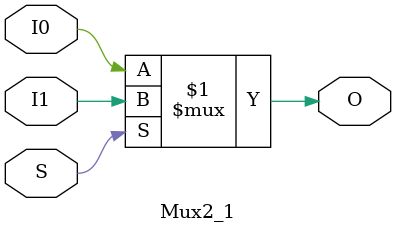
<source format=v>
`timescale 1ns / 1ps


module Mux2_1(input I1,I0,S,output O);

    assign O = S?I1:I0;

endmodule

</source>
